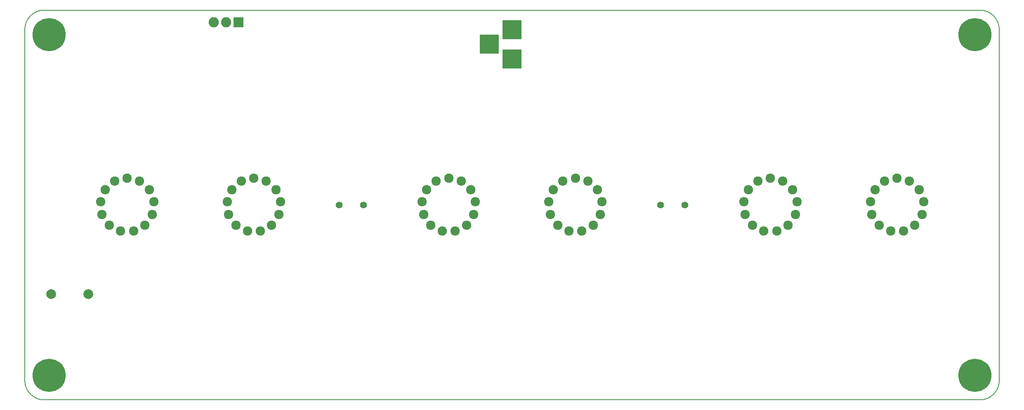
<source format=gbs>
G04 #@! TF.FileFunction,Soldermask,Bot*
%FSLAX46Y46*%
G04 Gerber Fmt 4.6, Leading zero omitted, Abs format (unit mm)*
G04 Created by KiCad (PCBNEW 4.0.7-e2-6376~58~ubuntu16.04.1) date Sun Nov  5 21:07:29 2017*
%MOMM*%
%LPD*%
G01*
G04 APERTURE LIST*
%ADD10C,0.100000*%
%ADD11C,0.150000*%
%ADD12R,3.900000X3.900000*%
%ADD13R,2.100000X2.100000*%
%ADD14O,2.100000X2.100000*%
%ADD15C,1.400000*%
%ADD16C,2.000000*%
%ADD17C,1.924000*%
%ADD18C,6.800000*%
%ADD19C,1.200000*%
G04 APERTURE END LIST*
D10*
D11*
X250600000Y-65000000D02*
G75*
G03X246600000Y-61000000I-4000000J0D01*
G01*
X246600000Y-141000000D02*
G75*
G03X250600000Y-137000000I0J4000000D01*
G01*
X50600000Y-137000000D02*
G75*
G03X54600000Y-141000000I4000000J0D01*
G01*
X54600000Y-61000000D02*
G75*
G03X50600000Y-65000000I0J-4000000D01*
G01*
X246600000Y-141000000D02*
X54600000Y-141000000D01*
X250600000Y-65000000D02*
X250600000Y-137000000D01*
X54600000Y-61000000D02*
X246600000Y-61000000D01*
X50600000Y-137000000D02*
X50600000Y-65000000D01*
D12*
X150600000Y-71000000D03*
X150600000Y-65000000D03*
X145900000Y-68000000D03*
D13*
X94430000Y-63500000D03*
D14*
X91890000Y-63500000D03*
X89350000Y-63500000D03*
D15*
X120100000Y-101000000D03*
X115100000Y-101000000D03*
X186100000Y-101000000D03*
X181100000Y-101000000D03*
D16*
X56000000Y-119250000D03*
X63600000Y-119250000D03*
D17*
X71600000Y-95495000D03*
X74160000Y-96125000D03*
X76130000Y-97875000D03*
X77060000Y-100355000D03*
X76740000Y-102945000D03*
X75250000Y-105115000D03*
X72920000Y-106335000D03*
X70280000Y-106335000D03*
X67950000Y-105115000D03*
X66460000Y-102945000D03*
X66140000Y-100335000D03*
X67070000Y-97875000D03*
X69040000Y-96125000D03*
X97600000Y-95500000D03*
X100160000Y-96130000D03*
X102130000Y-97880000D03*
X103060000Y-100360000D03*
X102740000Y-102950000D03*
X101250000Y-105120000D03*
X98920000Y-106340000D03*
X96280000Y-106340000D03*
X93950000Y-105120000D03*
X92460000Y-102950000D03*
X92140000Y-100340000D03*
X93070000Y-97880000D03*
X95040000Y-96130000D03*
X137600000Y-95500000D03*
X140160000Y-96130000D03*
X142130000Y-97880000D03*
X143060000Y-100360000D03*
X142740000Y-102950000D03*
X141250000Y-105120000D03*
X138920000Y-106340000D03*
X136280000Y-106340000D03*
X133950000Y-105120000D03*
X132460000Y-102950000D03*
X132140000Y-100340000D03*
X133070000Y-97880000D03*
X135040000Y-96130000D03*
X163600000Y-95500000D03*
X166160000Y-96130000D03*
X168130000Y-97880000D03*
X169060000Y-100360000D03*
X168740000Y-102950000D03*
X167250000Y-105120000D03*
X164920000Y-106340000D03*
X162280000Y-106340000D03*
X159950000Y-105120000D03*
X158460000Y-102950000D03*
X158140000Y-100340000D03*
X159070000Y-97880000D03*
X161040000Y-96130000D03*
X203600000Y-95495000D03*
X206160000Y-96125000D03*
X208130000Y-97875000D03*
X209060000Y-100355000D03*
X208740000Y-102945000D03*
X207250000Y-105115000D03*
X204920000Y-106335000D03*
X202280000Y-106335000D03*
X199950000Y-105115000D03*
X198460000Y-102945000D03*
X198140000Y-100335000D03*
X199070000Y-97875000D03*
X201040000Y-96125000D03*
X229600000Y-95495000D03*
X232160000Y-96125000D03*
X234130000Y-97875000D03*
X235060000Y-100355000D03*
X234740000Y-102945000D03*
X233250000Y-105115000D03*
X230920000Y-106335000D03*
X228280000Y-106335000D03*
X225950000Y-105115000D03*
X224460000Y-102945000D03*
X224140000Y-100335000D03*
X225070000Y-97875000D03*
X227040000Y-96125000D03*
D18*
X55600000Y-136000000D03*
D19*
X58000000Y-136000000D03*
X57297056Y-137697056D03*
X55600000Y-138400000D03*
X53902944Y-137697056D03*
X53200000Y-136000000D03*
X53902944Y-134302944D03*
X55600000Y-133600000D03*
X57297056Y-134302944D03*
D18*
X55600000Y-66000000D03*
D19*
X58000000Y-66000000D03*
X57297056Y-67697056D03*
X55600000Y-68400000D03*
X53902944Y-67697056D03*
X53200000Y-66000000D03*
X53902944Y-64302944D03*
X55600000Y-63600000D03*
X57297056Y-64302944D03*
D18*
X245600000Y-66000000D03*
D19*
X248000000Y-66000000D03*
X247297056Y-67697056D03*
X245600000Y-68400000D03*
X243902944Y-67697056D03*
X243200000Y-66000000D03*
X243902944Y-64302944D03*
X245600000Y-63600000D03*
X247297056Y-64302944D03*
D18*
X245600000Y-136000000D03*
D19*
X248000000Y-136000000D03*
X247297056Y-137697056D03*
X245600000Y-138400000D03*
X243902944Y-137697056D03*
X243200000Y-136000000D03*
X243902944Y-134302944D03*
X245600000Y-133600000D03*
X247297056Y-134302944D03*
M02*

</source>
